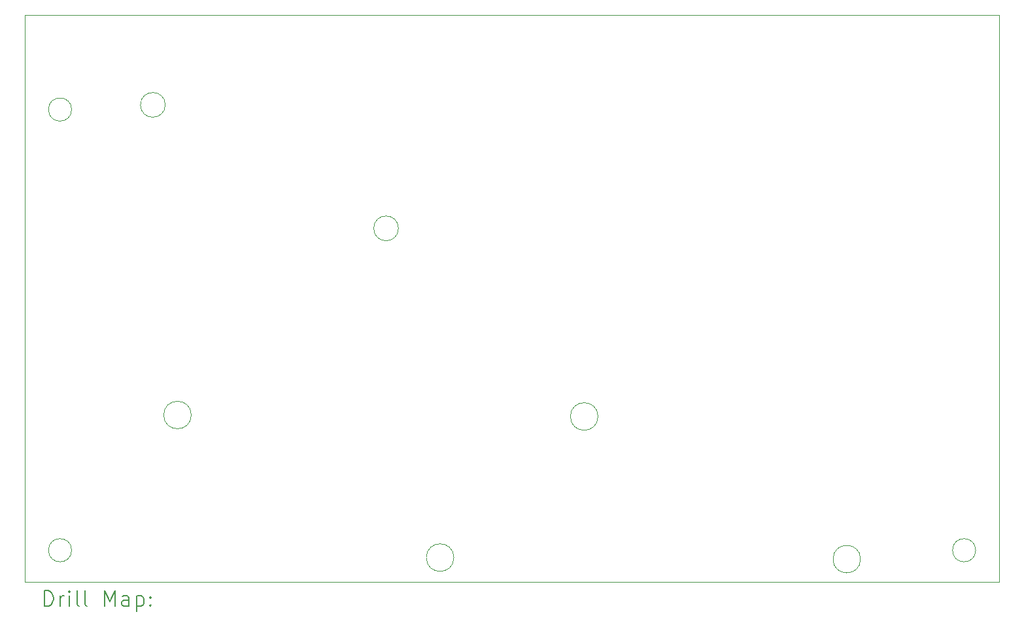
<source format=gbr>
%TF.GenerationSoftware,KiCad,Pcbnew,7.0.11-7.0.11~ubuntu22.04.1*%
%TF.CreationDate,2024-10-25T19:20:32+02:00*%
%TF.ProjectId,PowerBoard-Elec,506f7765-7242-46f6-9172-642d456c6563,rev?*%
%TF.SameCoordinates,Original*%
%TF.FileFunction,Drillmap*%
%TF.FilePolarity,Positive*%
%FSLAX45Y45*%
G04 Gerber Fmt 4.5, Leading zero omitted, Abs format (unit mm)*
G04 Created by KiCad (PCBNEW 7.0.11-7.0.11~ubuntu22.04.1) date 2024-10-25 19:20:32*
%MOMM*%
%LPD*%
G01*
G04 APERTURE LIST*
%ADD10C,0.050000*%
%ADD11C,0.200000*%
G04 APERTURE END LIST*
D10*
X2354265Y-8576000D02*
G75*
G03*
X2054265Y-8576000I-150000J0D01*
G01*
X2054265Y-8576000D02*
G75*
G03*
X2354265Y-8576000I150000J0D01*
G01*
X14060265Y-8576000D02*
G75*
G03*
X13760265Y-8576000I-150000J0D01*
G01*
X13760265Y-8576000D02*
G75*
G03*
X14060265Y-8576000I150000J0D01*
G01*
X1745265Y-1637000D02*
X14365265Y-1637000D01*
X14365265Y-8987000D01*
X1745265Y-8987000D01*
X1745265Y-1637000D01*
X2354265Y-2863000D02*
G75*
G03*
X2054265Y-2863000I-150000J0D01*
G01*
X2054265Y-2863000D02*
G75*
G03*
X2354265Y-2863000I150000J0D01*
G01*
X9169536Y-6842243D02*
G75*
G03*
X8813008Y-6842243I-178264J0D01*
G01*
X8813008Y-6842243D02*
G75*
G03*
X9169536Y-6842243I178264J0D01*
G01*
X12569536Y-8690980D02*
G75*
G03*
X12213008Y-8690980I-178264J0D01*
G01*
X12213008Y-8690980D02*
G75*
G03*
X12569536Y-8690980I178264J0D01*
G01*
X7303522Y-8671736D02*
G75*
G03*
X6946995Y-8671736I-178264J0D01*
G01*
X6946995Y-8671736D02*
G75*
G03*
X7303522Y-8671736I178264J0D01*
G01*
X3903522Y-6823000D02*
G75*
G03*
X3546995Y-6823000I-178264J0D01*
G01*
X3546995Y-6823000D02*
G75*
G03*
X3903522Y-6823000I178264J0D01*
G01*
X6585864Y-4403565D02*
G75*
G03*
X6265864Y-4403565I-160000J0D01*
G01*
X6265864Y-4403565D02*
G75*
G03*
X6585864Y-4403565I160000J0D01*
G01*
X3565864Y-2802565D02*
G75*
G03*
X3245864Y-2802565I-160000J0D01*
G01*
X3245864Y-2802565D02*
G75*
G03*
X3565864Y-2802565I160000J0D01*
G01*
D11*
X2003542Y-9300984D02*
X2003542Y-9100984D01*
X2003542Y-9100984D02*
X2051161Y-9100984D01*
X2051161Y-9100984D02*
X2079732Y-9110508D01*
X2079732Y-9110508D02*
X2098780Y-9129555D01*
X2098780Y-9129555D02*
X2108304Y-9148603D01*
X2108304Y-9148603D02*
X2117828Y-9186698D01*
X2117828Y-9186698D02*
X2117828Y-9215270D01*
X2117828Y-9215270D02*
X2108304Y-9253365D01*
X2108304Y-9253365D02*
X2098780Y-9272412D01*
X2098780Y-9272412D02*
X2079732Y-9291460D01*
X2079732Y-9291460D02*
X2051161Y-9300984D01*
X2051161Y-9300984D02*
X2003542Y-9300984D01*
X2203542Y-9300984D02*
X2203542Y-9167650D01*
X2203542Y-9205746D02*
X2213066Y-9186698D01*
X2213066Y-9186698D02*
X2222590Y-9177174D01*
X2222590Y-9177174D02*
X2241637Y-9167650D01*
X2241637Y-9167650D02*
X2260685Y-9167650D01*
X2327352Y-9300984D02*
X2327352Y-9167650D01*
X2327352Y-9100984D02*
X2317828Y-9110508D01*
X2317828Y-9110508D02*
X2327352Y-9120031D01*
X2327352Y-9120031D02*
X2336875Y-9110508D01*
X2336875Y-9110508D02*
X2327352Y-9100984D01*
X2327352Y-9100984D02*
X2327352Y-9120031D01*
X2451161Y-9300984D02*
X2432113Y-9291460D01*
X2432113Y-9291460D02*
X2422590Y-9272412D01*
X2422590Y-9272412D02*
X2422590Y-9100984D01*
X2555923Y-9300984D02*
X2536875Y-9291460D01*
X2536875Y-9291460D02*
X2527352Y-9272412D01*
X2527352Y-9272412D02*
X2527352Y-9100984D01*
X2784494Y-9300984D02*
X2784494Y-9100984D01*
X2784494Y-9100984D02*
X2851161Y-9243841D01*
X2851161Y-9243841D02*
X2917828Y-9100984D01*
X2917828Y-9100984D02*
X2917828Y-9300984D01*
X3098780Y-9300984D02*
X3098780Y-9196222D01*
X3098780Y-9196222D02*
X3089256Y-9177174D01*
X3089256Y-9177174D02*
X3070209Y-9167650D01*
X3070209Y-9167650D02*
X3032113Y-9167650D01*
X3032113Y-9167650D02*
X3013066Y-9177174D01*
X3098780Y-9291460D02*
X3079732Y-9300984D01*
X3079732Y-9300984D02*
X3032113Y-9300984D01*
X3032113Y-9300984D02*
X3013066Y-9291460D01*
X3013066Y-9291460D02*
X3003542Y-9272412D01*
X3003542Y-9272412D02*
X3003542Y-9253365D01*
X3003542Y-9253365D02*
X3013066Y-9234317D01*
X3013066Y-9234317D02*
X3032113Y-9224793D01*
X3032113Y-9224793D02*
X3079732Y-9224793D01*
X3079732Y-9224793D02*
X3098780Y-9215270D01*
X3194018Y-9167650D02*
X3194018Y-9367650D01*
X3194018Y-9177174D02*
X3213066Y-9167650D01*
X3213066Y-9167650D02*
X3251161Y-9167650D01*
X3251161Y-9167650D02*
X3270209Y-9177174D01*
X3270209Y-9177174D02*
X3279732Y-9186698D01*
X3279732Y-9186698D02*
X3289256Y-9205746D01*
X3289256Y-9205746D02*
X3289256Y-9262889D01*
X3289256Y-9262889D02*
X3279732Y-9281936D01*
X3279732Y-9281936D02*
X3270209Y-9291460D01*
X3270209Y-9291460D02*
X3251161Y-9300984D01*
X3251161Y-9300984D02*
X3213066Y-9300984D01*
X3213066Y-9300984D02*
X3194018Y-9291460D01*
X3374971Y-9281936D02*
X3384494Y-9291460D01*
X3384494Y-9291460D02*
X3374971Y-9300984D01*
X3374971Y-9300984D02*
X3365447Y-9291460D01*
X3365447Y-9291460D02*
X3374971Y-9281936D01*
X3374971Y-9281936D02*
X3374971Y-9300984D01*
X3374971Y-9177174D02*
X3384494Y-9186698D01*
X3384494Y-9186698D02*
X3374971Y-9196222D01*
X3374971Y-9196222D02*
X3365447Y-9186698D01*
X3365447Y-9186698D02*
X3374971Y-9177174D01*
X3374971Y-9177174D02*
X3374971Y-9196222D01*
M02*

</source>
